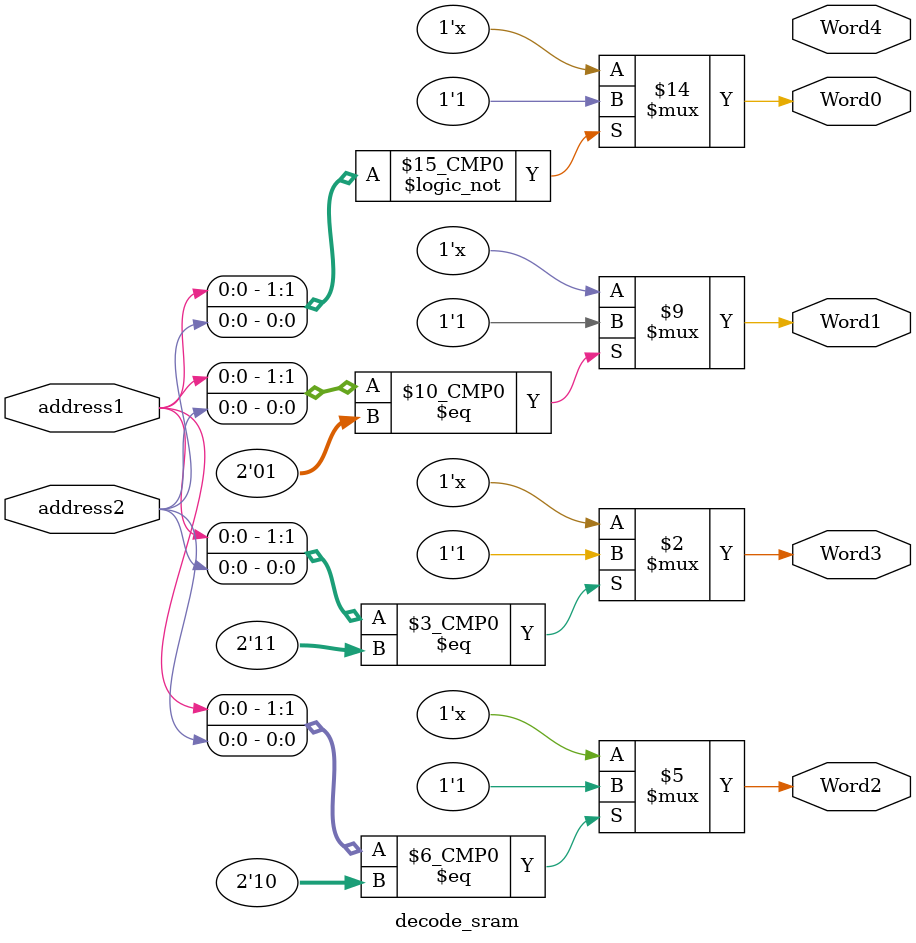
<source format=v>
`timescale 1ns / 1ps


module decode_sram(
    input address1,
    input address2,
    output reg Word0,
    output reg Word1,
    output reg Word2,
    output reg Word3,
    output reg Word4
    );
    always @(address1,address2)begin
        
    case({address1,address2})    
    2'b00   : Word0 <= 1'b1;
    2'b01   : Word1 <= 1'b1;
    2'b10   : Word2 <= 1'b1;
    2'b11   : Word3 <= 1'b1;
    endcase  
    end       
endmodule

</source>
